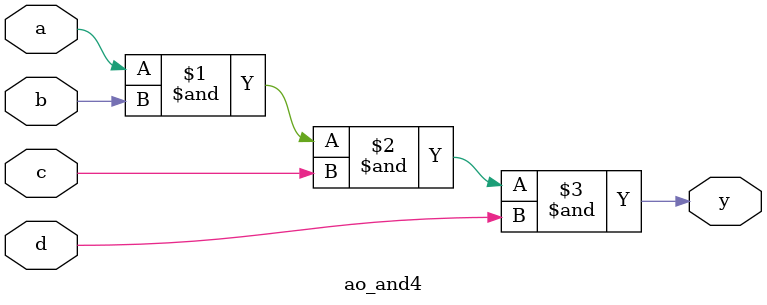
<source format=v>
module ao_logic_top(
    input a, b, c, d,
    output y
);
    wire w1, w2, w3, w4;
    
    // 实例化子模块
    ao_or2 u_or2_1(.a(a), .b(c), .y(w1));
    ao_or2 u_or2_2(.a(a), .b(d), .y(w2)); 
    ao_or2 u_or2_3(.a(b), .b(c), .y(w3));
    ao_or2 u_or2_4(.a(b), .b(d), .y(w4));
    
    ao_and4 u_and4(.a(w1), .b(w2), .c(w3), .d(w4), .y(y));

endmodule

// 2输入或门子模块
module ao_or2(
    input a, b,
    output y
);
    assign y = a | b;
endmodule

// 4输入与门子模块
module ao_and4(
    input a, b, c, d,
    output y
);
    assign y = a & b & c & d;
endmodule
</source>
